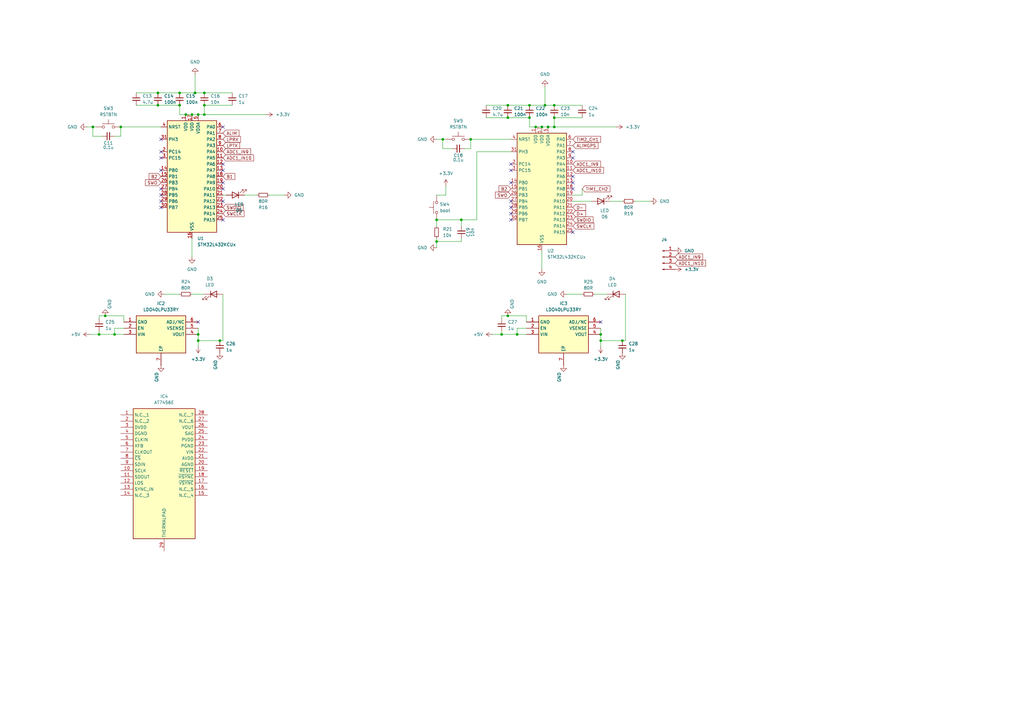
<source format=kicad_sch>
(kicad_sch (version 20231120) (generator "eeschema") (generator_version "8.0")
  (paper "A3")
  (lib_symbols
    (symbol "AT7456:AT7456E"
      (property "Reference" "IC" (at 31.75 7.62 0))
      (property "Value" "AT7456E" (at 31.75 5.08 0))
      (symbol "AT7456E_1_1"
        (rectangle (start 5.08 2.54) (end 30.48 -50.8) (stroke (width 0.254)) (fill (type background)))
        (pin passive line (at 0 0 0) (length 5.08) (name "N.C._1") (number "1"))
        (pin passive line (at 0 -22.86 0) (length 5.08) (name "SCLK") (number "10"))
        (pin passive line (at 0 -25.4 0) (length 5.08) (name "SDOUT") (number "11"))
        (pin passive line (at 0 -27.94 0) (length 5.08) (name "LOS") (number "12"))
        (pin passive line (at 0 -30.48 0) (length 5.08) (name "SYNC_IN") (number "13"))
        (pin passive line (at 0 -33.02 0) (length 5.08) (name "N.C._3") (number "14"))
        (pin passive line (at 35.56 -33.02 180) (length 5.08) (name "N.C._4") (number "15"))
        (pin passive line (at 35.56 -30.48 180) (length 5.08) (name "N.C._5") (number "16"))
        (pin passive line (at 35.56 -27.94 180) (length 5.08) (name "~{VSYNC}") (number "17"))
        (pin passive line (at 35.56 -25.4 180) (length 5.08) (name "~{HSYNC}") (number "18"))
        (pin passive line (at 35.56 -22.86 180) (length 5.08) (name "~{RESET}") (number "19"))
        (pin passive line (at 0 -2.54 0) (length 5.08) (name "N.C._2") (number "2"))
        (pin passive line (at 35.56 -20.32 180) (length 5.08) (name "AGND") (number "20"))
        (pin passive line (at 35.56 -17.78 180) (length 5.08) (name "AVDD") (number "21"))
        (pin passive line (at 35.56 -15.24 180) (length 5.08) (name "VIN") (number "22"))
        (pin passive line (at 35.56 -12.7 180) (length 5.08) (name "PGND") (number "23"))
        (pin passive line (at 35.56 -10.16 180) (length 5.08) (name "PVDD") (number "24"))
        (pin passive line (at 35.56 -7.62 180) (length 5.08) (name "SAG") (number "25"))
        (pin passive line (at 35.56 -5.08 180) (length 5.08) (name "VOUT") (number "26"))
        (pin passive line (at 35.56 -2.54 180) (length 5.08) (name "N.C._6") (number "27"))
        (pin passive line (at 35.56 0 180) (length 5.08) (name "N.C._7") (number "28"))
        (pin passive line (at 17.78 -55.88 90) (length 5.08) (name "THERMALPAD") (number "29"))
        (pin passive line (at 0 -5.08 0) (length 5.08) (name "DVDD") (number "3"))
        (pin passive line (at 0 -7.62 0) (length 5.08) (name "DGND") (number "4"))
        (pin passive line (at 0 -10.16 0) (length 5.08) (name "CLKIN") (number "5"))
        (pin passive line (at 0 -12.7 0) (length 5.08) (name "XFB") (number "6"))
        (pin passive line (at 0 -15.24 0) (length 5.08) (name "CLKOUT") (number "7"))
        (pin passive line (at 0 -17.78 0) (length 5.08) (name "~{CS}") (number "8"))
        (pin passive line (at 0 -20.32 0) (length 5.08) (name "SDIN") (number "9"))
      )
    )
    (symbol "Connector:Conn_01x04_Pin" (pin_names (offset 1.016) hide)
      (property "Reference" "J" (at 0 5.08 0))
      (property "Value" "Conn_01x04_Pin" (at 0 -7.62 0))
      (symbol "Conn_01x04_Pin_1_1"
        (polyline (pts (xy 1.27 -5.08) (xy 0.8636 -5.08)) (stroke (width 0.1524)))
        (polyline (pts (xy 1.27 -2.54) (xy 0.8636 -2.54)) (stroke (width 0.1524)))
        (polyline (pts (xy 1.27 0) (xy 0.8636 0)) (stroke (width 0.1524)))
        (polyline (pts (xy 1.27 2.54) (xy 0.8636 2.54)) (stroke (width 0.1524)))
        (rectangle (start 0.8636 -4.953) (end 0 -5.207) (stroke (width 0.1524)) (fill (type outline)))
        (rectangle (start 0.8636 -2.413) (end 0 -2.667) (stroke (width 0.1524)) (fill (type outline)))
        (rectangle (start 0.8636 0.127) (end 0 -0.127) (stroke (width 0.1524)) (fill (type outline)))
        (rectangle (start 0.8636 2.667) (end 0 2.413) (stroke (width 0.1524)) (fill (type outline)))
        (pin passive line (at 5.08 2.54 180) (length 3.81) (name "Pin_1") (number "1"))
        (pin passive line (at 5.08 0 180) (length 3.81) (name "Pin_2") (number "2"))
        (pin passive line (at 5.08 -2.54 180) (length 3.81) (name "Pin_3") (number "3"))
        (pin passive line (at 5.08 -5.08 180) (length 3.81) (name "Pin_4") (number "4"))
      )
    )
    (symbol "Device:C_Small" (pin_numbers hide) (pin_names (offset 0.254) hide)
      (property "Reference" "C" (at 0.254 1.778 0))
      (property "Value" "C_Small" (at 0.254 -2.032 0))
      (symbol "C_Small_0_1"
        (polyline (pts (xy -1.524 -0.508) (xy 1.524 -0.508)) (stroke (width 0.3302)))
        (polyline (pts (xy -1.524 0.508) (xy 1.524 0.508)) (stroke (width 0.3048)))
      )
      (symbol "C_Small_1_1"
        (pin passive line (at 0 2.54 270) (length 2.032) (name "~") (number "1"))
        (pin passive line (at 0 -2.54 90) (length 2.032) (name "~") (number "2"))
      )
    )
    (symbol "Device:LED" (pin_numbers hide) (pin_names (offset 1.016) hide)
      (property "Reference" "D" (at 0 2.54 0))
      (property "Value" "LED" (at 0 -2.54 0))
      (symbol "LED_0_1"
        (polyline (pts (xy -1.27 -1.27) (xy -1.27 1.27)) (stroke (width 0.254)))
        (polyline (pts (xy -1.27 0) (xy 1.27 0)))
        (polyline (pts (xy 1.27 -1.27) (xy 1.27 1.27) (xy -1.27 0) (xy 1.27 -1.27)) (stroke (width 0.254)))
        (polyline (pts (xy -3.048 -0.762) (xy -4.572 -2.286) (xy -3.81 -2.286) (xy -4.572 -2.286) (xy -4.572 -1.524)))
        (polyline (pts (xy -1.778 -0.762) (xy -3.302 -2.286) (xy -2.54 -2.286) (xy -3.302 -2.286) (xy -3.302 -1.524)))
      )
      (symbol "LED_1_1"
        (pin passive line (at -3.81 0 0) (length 2.54) (name "K") (number "1"))
        (pin passive line (at 3.81 0 180) (length 2.54) (name "A") (number "2"))
      )
    )
    (symbol "Device:R_Small" (pin_numbers hide) (pin_names (offset 0.254) hide)
      (property "Reference" "R" (at 0.762 0.508 0))
      (property "Value" "R_Small" (at 0.762 -1.016 0))
      (symbol "R_Small_0_1"
        (rectangle (start -0.762 1.778) (end 0.762 -1.778) (stroke (width 0.2032)))
      )
      (symbol "R_Small_1_1"
        (pin passive line (at 0 2.54 270) (length 0.762) (name "~") (number "1"))
        (pin passive line (at 0 -2.54 90) (length 0.762) (name "~") (number "2"))
      )
    )
    (symbol "LD040PURY:LDO40LPU33RY"
      (property "Reference" "IC" (at 26.67 7.62 0))
      (property "Value" "LDO40LPU33RY" (at 26.67 5.08 0))
      (symbol "LDO40LPU33RY_1_1"
        (rectangle (start 5.08 2.54) (end 25.4 -12.7) (stroke (width 0.254)) (fill (type background)))
        (pin passive line (at 0 0 0) (length 5.08) (name "GND") (number "1"))
        (pin passive line (at 0 -2.54 0) (length 5.08) (name "EN") (number "2"))
        (pin passive line (at 0 -5.08 0) (length 5.08) (name "VIN") (number "3"))
        (pin passive line (at 30.48 -5.08 180) (length 5.08) (name "VOUT") (number "4"))
        (pin passive line (at 30.48 -2.54 180) (length 5.08) (name "VSENSE") (number "5"))
        (pin passive line (at 30.48 0 180) (length 5.08) (name "ADJ/NC") (number "6"))
        (pin passive line (at 15.24 -17.78 90) (length 5.08) (name "EP") (number "7"))
      )
    )
    (symbol "MCU_ST_STM32L4:STM32L432KCUx"
      (property "Reference" "U" (at -10.16 24.13 0))
      (property "Value" "STM32L432KCUx" (at 5.08 24.13 0))
      (symbol "STM32L432KCUx_0_1"
        (rectangle (start -10.16 -22.86) (end 10.16 22.86) (stroke (width 0.254)) (fill (type background)))
      )
      (symbol "STM32L432KCUx_1_1"
        (pin power_in line (at -2.54 25.4 270) (length 2.54) (name "VDD") (number "1"))
        (pin bidirectional line (at 12.7 10.16 180) (length 2.54) (name "PA4") (number "10"))
        (pin bidirectional line (at 12.7 7.62 180) (length 2.54) (name "PA5") (number "11"))
        (pin bidirectional line (at 12.7 5.08 180) (length 2.54) (name "PA6") (number "12"))
        (pin bidirectional line (at 12.7 2.54 180) (length 2.54) (name "PA7") (number "13"))
        (pin bidirectional line (at -12.7 2.54 0) (length 2.54) (name "PB0") (number "14"))
        (pin bidirectional line (at -12.7 0 0) (length 2.54) (name "PB1") (number "15"))
        (pin power_in line (at 0 -25.4 90) (length 2.54) (name "VSS") (number "16"))
        (pin power_in line (at 0 25.4 270) (length 2.54) (name "VDD") (number "17"))
        (pin bidirectional line (at 12.7 0 180) (length 2.54) (name "PA8") (number "18"))
        (pin bidirectional line (at 12.7 -2.54 180) (length 2.54) (name "PA9") (number "19"))
        (pin bidirectional line (at -12.7 10.16 0) (length 2.54) (name "PC14") (number "2"))
        (pin bidirectional line (at 12.7 -5.08 180) (length 2.54) (name "PA10") (number "20"))
        (pin bidirectional line (at 12.7 -7.62 180) (length 2.54) (name "PA11") (number "21"))
        (pin bidirectional line (at 12.7 -10.16 180) (length 2.54) (name "PA12") (number "22"))
        (pin bidirectional line (at 12.7 -12.7 180) (length 2.54) (name "PA13") (number "23"))
        (pin bidirectional line (at 12.7 -15.24 180) (length 2.54) (name "PA14") (number "24"))
        (pin bidirectional line (at 12.7 -17.78 180) (length 2.54) (name "PA15") (number "25"))
        (pin bidirectional line (at -12.7 -2.54 0) (length 2.54) (name "PB3") (number "26"))
        (pin bidirectional line (at -12.7 -5.08 0) (length 2.54) (name "PB4") (number "27"))
        (pin bidirectional line (at -12.7 -7.62 0) (length 2.54) (name "PB5") (number "28"))
        (pin bidirectional line (at -12.7 -10.16 0) (length 2.54) (name "PB6") (number "29"))
        (pin bidirectional line (at -12.7 7.62 0) (length 2.54) (name "PC15") (number "3"))
        (pin bidirectional line (at -12.7 -12.7 0) (length 2.54) (name "PB7") (number "30"))
        (pin bidirectional line (at -12.7 15.24 0) (length 2.54) (name "PH3") (number "31"))
        (pin passive line (at 0 -25.4 90) (length 2.54) hide (name "VSS") (number "32"))
        (pin passive line (at 0 -25.4 90) (length 2.54) hide (name "VSS") (number "33"))
        (pin input line (at -12.7 20.32 0) (length 2.54) (name "NRST") (number "4"))
        (pin power_in line (at 2.54 25.4 270) (length 2.54) (name "VDDA") (number "5"))
        (pin bidirectional line (at 12.7 20.32 180) (length 2.54) (name "PA0") (number "6"))
        (pin bidirectional line (at 12.7 17.78 180) (length 2.54) (name "PA1") (number "7"))
        (pin bidirectional line (at 12.7 15.24 180) (length 2.54) (name "PA2") (number "8"))
        (pin bidirectional line (at 12.7 12.7 180) (length 2.54) (name "PA3") (number "9"))
      )
    )
    (symbol "Switch:SW_Push" (pin_numbers hide) (pin_names (offset 1.016) hide)
      (property "Reference" "SW" (at 1.27 2.54 0))
      (property "Value" "SW_Push" (at 0 -1.524 0))
      (symbol "SW_Push_0_1"
        (circle (center -2.032 0) (radius 0.508))
        (polyline (pts (xy 0 1.27) (xy 0 3.048)))
        (polyline (pts (xy 2.54 1.27) (xy -2.54 1.27)))
        (circle (center 2.032 0) (radius 0.508))
        (pin passive line (at -5.08 0 0) (length 2.54) (name "1") (number "1"))
        (pin passive line (at 5.08 0 180) (length 2.54) (name "2") (number "2"))
      )
    )
    (symbol "power:+3.3V" (power) (pin_numbers hide) (pin_names (offset 0) hide)
      (property "Value" "+3.3V" (at 0 3.556 0))
      (symbol "+3.3V_0_1"
        (polyline (pts (xy -0.762 1.27) (xy 0 2.54)))
        (polyline (pts (xy 0 0) (xy 0 2.54)))
        (polyline (pts (xy 0 2.54) (xy 0.762 1.27)))
      )
      (symbol "+3.3V_1_1"
        (pin power_in line (at 0 0 90) (length 0) (name "~") (number "1"))
      )
    )
    (symbol "power:+5V" (power) (pin_numbers hide) (pin_names (offset 0) hide)
      (property "Value" "+5V" (at 0 3.556 0))
      (symbol "+5V_0_1"
        (polyline (pts (xy -0.762 1.27) (xy 0 2.54)))
        (polyline (pts (xy 0 0) (xy 0 2.54)))
        (polyline (pts (xy 0 2.54) (xy 0.762 1.27)))
      )
      (symbol "+5V_1_1"
        (pin power_in line (at 0 0 90) (length 0) (name "~") (number "1"))
      )
    )
    (symbol "power:GND" (power) (pin_numbers hide) (pin_names (offset 0) hide)
      (property "Value" "GND" (at 0 -3.81 0))
      (symbol "GND_0_1"
        (polyline (pts (xy 0 0) (xy 0 -1.27) (xy 1.27 -1.27) (xy 0 -2.54) (xy -1.27 -1.27) (xy 0 -1.27)))
      )
      (symbol "GND_1_1"
        (pin power_in line (at 0 0 270) (length 0) (name "~") (number "1"))
      )
    )
  )
  (junction (at 73.66 38.1))
  (junction (at 227.33 43.18))
  (junction (at 208.28 48.26))
  (junction (at 224.79 52.07))
  (junction (at 73.66 43.18))
  (junction (at 246.38 137.16))
  (junction (at 181.61 57.15))
  (junction (at 90.17 139.7))
  (junction (at 78.74 46.99))
  (junction (at 83.82 46.99))
  (junction (at 227.33 48.26))
  (junction (at 80.01 38.1))
  (junction (at 193.04 57.15))
  (junction (at 246.38 139.7))
  (junction (at 64.77 38.1))
  (junction (at 189.23 90.17))
  (junction (at 227.33 52.07))
  (junction (at 81.28 46.99))
  (junction (at 219.71 52.07))
  (junction (at 43.18 129.54))
  (junction (at 179.07 90.17))
  (junction (at 179.07 99.06))
  (junction (at 76.2 46.99))
  (junction (at 223.52 43.18))
  (junction (at 217.17 43.18))
  (junction (at 64.77 43.18))
  (junction (at 38.1 52.07))
  (junction (at 255.27 139.7))
  (junction (at 81.28 137.16))
  (junction (at 83.82 43.18))
  (junction (at 205.74 137.16))
  (junction (at 83.82 38.1))
  (junction (at 208.28 43.18))
  (junction (at 212.09 137.16))
  (junction (at 81.28 139.7))
  (junction (at 208.28 129.54))
  (junction (at 46.99 137.16))
  (junction (at 40.64 137.16))
  (junction (at 49.53 52.07))
  (junction (at 222.25 52.07))
  (junction (at 217.17 48.26))
  (no_connect (at 234.95 77.47))
  (no_connect (at 91.44 77.47))
  (no_connect (at 91.44 67.31))
  (no_connect (at 66.04 69.85))
  (no_connect (at 209.55 67.31))
  (no_connect (at 209.55 69.85))
  (no_connect (at 91.44 90.17))
  (no_connect (at 66.04 64.77))
  (no_connect (at 234.95 72.39))
  (no_connect (at 234.95 74.93))
  (no_connect (at 66.04 85.09))
  (no_connect (at 91.44 52.07))
  (no_connect (at 91.44 74.93))
  (no_connect (at 66.04 57.15))
  (no_connect (at 91.44 69.85))
  (no_connect (at 209.55 74.93))
  (no_connect (at 66.04 77.47))
  (no_connect (at 66.04 82.55))
  (no_connect (at 209.55 82.55))
  (no_connect (at 246.38 132.08))
  (no_connect (at 66.04 80.01))
  (no_connect (at 234.95 95.25))
  (no_connect (at 209.55 85.09))
  (no_connect (at 209.55 90.17))
  (no_connect (at 91.44 82.55))
  (no_connect (at 209.55 87.63))
  (no_connect (at 234.95 62.23))
  (no_connect (at 66.04 62.23))
  (no_connect (at 234.95 64.77))
  (no_connect (at 81.28 132.08))
  (wire (pts (xy 116.84 80.01) (xy 110.49 80.01)))
  (wire (pts (xy 36.83 137.16) (xy 40.64 137.16)))
  (wire (pts (xy 266.7 82.55) (xy 260.35 82.55)))
  (wire (pts (xy 246.38 139.7) (xy 255.27 139.7)))
  (wire (pts (xy 219.71 52.07) (xy 222.25 52.07)))
  (wire (pts (xy 189.23 90.17) (xy 195.58 90.17)))
  (wire (pts (xy 246.38 139.7) (xy 246.38 142.24)))
  (wire (pts (xy 38.1 55.88) (xy 38.1 52.07)))
  (wire (pts (xy 78.74 46.99) (xy 81.28 46.99)))
  (wire (pts (xy 232.41 120.65) (xy 238.76 120.65)))
  (wire (pts (xy 43.18 129.54) (xy 50.8 129.54)))
  (wire (pts (xy 46.99 137.16) (xy 50.8 137.16)))
  (wire (pts (xy 208.28 48.26) (xy 217.17 48.26)))
  (wire (pts (xy 205.74 137.16) (xy 212.09 137.16)))
  (wire (pts (xy 246.38 137.16) (xy 246.38 139.7)))
  (wire (pts (xy 105.41 80.01) (xy 100.33 80.01)))
  (wire (pts (xy 40.64 130.81) (xy 40.64 129.54)))
  (wire (pts (xy 212.09 134.62) (xy 212.09 137.16)))
  (wire (pts (xy 256.54 139.7) (xy 255.27 139.7)))
  (wire (pts (xy 50.8 129.54) (xy 50.8 132.08)))
  (wire (pts (xy 179.07 90.17) (xy 189.23 90.17)))
  (wire (pts (xy 201.93 137.16) (xy 205.74 137.16)))
  (wire (pts (xy 179.07 57.15) (xy 181.61 57.15)))
  (wire (pts (xy 227.33 43.18) (xy 238.76 43.18)))
  (wire (pts (xy 80.01 38.1) (xy 83.82 38.1)))
  (wire (pts (xy 73.66 38.1) (xy 80.01 38.1)))
  (wire (pts (xy 55.88 43.18) (xy 64.77 43.18)))
  (wire (pts (xy 41.91 55.88) (xy 38.1 55.88)))
  (wire (pts (xy 205.74 129.54) (xy 208.28 129.54)))
  (wire (pts (xy 222.25 52.07) (xy 224.79 52.07)))
  (wire (pts (xy 217.17 52.07) (xy 219.71 52.07)))
  (wire (pts (xy 179.07 99.06) (xy 179.07 101.6)))
  (wire (pts (xy 243.84 120.65) (xy 248.92 120.65)))
  (wire (pts (xy 64.77 43.18) (xy 73.66 43.18)))
  (wire (pts (xy 80.01 30.48) (xy 80.01 38.1)))
  (wire (pts (xy 91.44 120.65) (xy 91.44 139.7)))
  (wire (pts (xy 208.28 43.18) (xy 217.17 43.18)))
  (wire (pts (xy 193.04 57.15) (xy 193.04 60.96)))
  (wire (pts (xy 64.77 38.1) (xy 73.66 38.1)))
  (wire (pts (xy 181.61 57.15) (xy 182.88 57.15)))
  (wire (pts (xy 83.82 46.99) (xy 109.22 46.99)))
  (wire (pts (xy 212.09 137.16) (xy 215.9 137.16)))
  (wire (pts (xy 227.33 48.26) (xy 238.76 48.26)))
  (wire (pts (xy 91.44 80.01) (xy 92.71 80.01)))
  (wire (pts (xy 73.66 43.18) (xy 73.66 46.99)))
  (wire (pts (xy 189.23 99.06) (xy 179.07 99.06)))
  (wire (pts (xy 35.56 52.07) (xy 38.1 52.07)))
  (wire (pts (xy 76.2 46.99) (xy 78.74 46.99)))
  (wire (pts (xy 83.82 43.18) (xy 95.25 43.18)))
  (wire (pts (xy 81.28 139.7) (xy 81.28 142.24)))
  (wire (pts (xy 195.58 62.23) (xy 195.58 90.17)))
  (wire (pts (xy 50.8 134.62) (xy 46.99 134.62)))
  (wire (pts (xy 223.52 43.18) (xy 227.33 43.18)))
  (wire (pts (xy 185.42 60.96) (xy 181.61 60.96)))
  (wire (pts (xy 189.23 90.17) (xy 189.23 92.71)))
  (wire (pts (xy 190.5 60.96) (xy 193.04 60.96)))
  (wire (pts (xy 208.28 129.54) (xy 215.9 129.54)))
  (wire (pts (xy 255.27 82.55) (xy 250.19 82.55)))
  (wire (pts (xy 215.9 134.62) (xy 212.09 134.62)))
  (wire (pts (xy 83.82 43.18) (xy 83.82 46.99)))
  (wire (pts (xy 38.1 52.07) (xy 39.37 52.07)))
  (wire (pts (xy 199.39 48.26) (xy 208.28 48.26)))
  (wire (pts (xy 209.55 62.23) (xy 195.58 62.23)))
  (wire (pts (xy 81.28 139.7) (xy 90.17 139.7)))
  (wire (pts (xy 238.76 80.01) (xy 234.95 80.01)))
  (wire (pts (xy 78.74 120.65) (xy 83.82 120.65)))
  (wire (pts (xy 182.88 76.2) (xy 182.88 80.01)))
  (wire (pts (xy 91.44 139.7) (xy 90.17 139.7)))
  (wire (pts (xy 49.53 52.07) (xy 66.04 52.07)))
  (wire (pts (xy 227.33 48.26) (xy 227.33 52.07)))
  (wire (pts (xy 78.74 97.79) (xy 78.74 105.41)))
  (wire (pts (xy 223.52 35.56) (xy 223.52 43.18)))
  (wire (pts (xy 83.82 46.99) (xy 81.28 46.99)))
  (wire (pts (xy 199.39 43.18) (xy 208.28 43.18)))
  (wire (pts (xy 234.95 82.55) (xy 242.57 82.55)))
  (wire (pts (xy 83.82 38.1) (xy 95.25 38.1)))
  (wire (pts (xy 46.99 55.88) (xy 49.53 55.88)))
  (wire (pts (xy 215.9 129.54) (xy 215.9 132.08)))
  (wire (pts (xy 67.31 120.65) (xy 73.66 120.65)))
  (wire (pts (xy 181.61 60.96) (xy 181.61 57.15)))
  (wire (pts (xy 227.33 52.07) (xy 224.79 52.07)))
  (wire (pts (xy 246.38 134.62) (xy 246.38 137.16)))
  (wire (pts (xy 256.54 120.65) (xy 256.54 139.7)))
  (wire (pts (xy 205.74 130.81) (xy 205.74 129.54)))
  (wire (pts (xy 179.07 97.79) (xy 179.07 99.06)))
  (wire (pts (xy 40.64 137.16) (xy 46.99 137.16)))
  (wire (pts (xy 227.33 52.07) (xy 252.73 52.07)))
  (wire (pts (xy 205.74 135.89) (xy 205.74 137.16)))
  (wire (pts (xy 189.23 97.79) (xy 189.23 99.06)))
  (wire (pts (xy 238.76 77.47) (xy 238.76 80.01)))
  (wire (pts (xy 49.53 52.07) (xy 49.53 55.88)))
  (wire (pts (xy 81.28 137.16) (xy 81.28 139.7)))
  (wire (pts (xy 40.64 129.54) (xy 43.18 129.54)))
  (wire (pts (xy 55.88 38.1) (xy 64.77 38.1)))
  (wire (pts (xy 179.07 92.71) (xy 179.07 90.17)))
  (wire (pts (xy 193.04 57.15) (xy 209.55 57.15)))
  (wire (pts (xy 40.64 135.89) (xy 40.64 137.16)))
  (wire (pts (xy 46.99 134.62) (xy 46.99 137.16)))
  (wire (pts (xy 222.25 102.87) (xy 222.25 110.49)))
  (wire (pts (xy 217.17 48.26) (xy 217.17 52.07)))
  (wire (pts (xy 217.17 43.18) (xy 223.52 43.18)))
  (wire (pts (xy 182.88 80.01) (xy 179.07 80.01)))
  (wire (pts (xy 81.28 134.62) (xy 81.28 137.16)))
  (wire (pts (xy 73.66 46.99) (xy 76.2 46.99)))
  (global_label "SWCLK" (shape input) (at 91.44 87.63 0) (property "Intersheetrefs" "${INTERSHEET_REFS}" (effects (hide yes))))
  (global_label "TIM1_CH2" (shape input) (at 238.76 77.47 0) (property "Intersheetrefs" "${INTERSHEET_REFS}" (effects (hide yes))))
  (global_label "D-" (shape input) (at 234.95 85.09 0) (property "Intersheetrefs" "${INTERSHEET_REFS}" (effects (hide yes))))
  (global_label "ALIMGPS" (shape input) (at 234.95 59.69 0) (property "Intersheetrefs" "${INTERSHEET_REFS}" (effects (hide yes))))
  (global_label "ADC1_IN10" (shape input) (at 234.95 69.85 0) (property "Intersheetrefs" "${INTERSHEET_REFS}" (effects (hide yes))))
  (global_label "ADC1_IN9" (shape input) (at 276.86 105.41 0) (property "Intersheetrefs" "${INTERSHEET_REFS}" (effects (hide yes))))
  (global_label "ALIM" (shape input) (at 91.44 54.61 0) (property "Intersheetrefs" "${INTERSHEET_REFS}" (effects (hide yes))))
  (global_label "SWCLK" (shape input) (at 234.95 92.71 0) (property "Intersheetrefs" "${INTERSHEET_REFS}" (effects (hide yes))))
  (global_label "ADC1_IN10" (shape input) (at 276.86 107.95 0) (property "Intersheetrefs" "${INTERSHEET_REFS}" (effects (hide yes))))
  (global_label "LPTX" (shape input) (at 91.44 59.69 0) (property "Intersheetrefs" "${INTERSHEET_REFS}" (effects (hide yes))))
  (global_label "SWDIO" (shape input) (at 234.95 90.17 0) (property "Intersheetrefs" "${INTERSHEET_REFS}" (effects (hide yes))))
  (global_label "LPRX" (shape input) (at 91.44 57.15 0) (property "Intersheetrefs" "${INTERSHEET_REFS}" (effects (hide yes))))
  (global_label "SWO" (shape input) (at 66.04 74.93 180) (property "Intersheetrefs" "${INTERSHEET_REFS}" (effects (hide yes))))
  (global_label "ADC1_IN9" (shape input) (at 234.95 67.31 0) (property "Intersheetrefs" "${INTERSHEET_REFS}" (effects (hide yes))))
  (global_label "ADC1_IN9" (shape input) (at 91.44 62.23 0) (property "Intersheetrefs" "${INTERSHEET_REFS}" (effects (hide yes))))
  (global_label "B2" (shape input) (at 209.55 77.47 180) (property "Intersheetrefs" "${INTERSHEET_REFS}" (effects (hide yes))))
  (global_label "ADC1_IN10" (shape input) (at 91.44 64.77 0) (property "Intersheetrefs" "${INTERSHEET_REFS}" (effects (hide yes))))
  (global_label "SWO" (shape input) (at 209.55 80.01 180) (property "Intersheetrefs" "${INTERSHEET_REFS}" (effects (hide yes))))
  (global_label "SWDIO" (shape input) (at 91.44 85.09 0) (property "Intersheetrefs" "${INTERSHEET_REFS}" (effects (hide yes))))
  (global_label "TIM2_CH1" (shape input) (at 234.95 57.15 0) (property "Intersheetrefs" "${INTERSHEET_REFS}" (effects (hide yes))))
  (global_label "B2" (shape input) (at 66.04 72.39 180) (property "Intersheetrefs" "${INTERSHEET_REFS}" (effects (hide yes))))
  (global_label "B1" (shape input) (at 91.44 72.39 0) (property "Intersheetrefs" "${INTERSHEET_REFS}" (effects (hide yes))))
  (global_label "D+" (shape input) (at 234.95 87.63 0) (property "Intersheetrefs" "${INTERSHEET_REFS}" (effects (hide yes))))
  (symbol (lib_id "Device:LED") (at 246.38 82.55 180) (unit 1)
    (property "Reference" "D6" (at 247.9675 88.9 0))
    (property "Value" "LED" (at 247.9675 86.36 0))
    (property "Footprint" "LED_SMD:LED_0603_1608Metric_Pad1.05x0.95mm_HandSolder" (effects (hide yes)))
    (property "Description" "Light emitting diode" (effects (hide yes)))
  )
  (symbol (lib_id "Device:C_Small") (at 217.17 45.72 0) (unit 1)
    (property "Reference" "C22" (at 219.71 44.4562 0) (effects (justify left)))
    (property "Value" "100n" (at 219.71 46.9962 0) (effects (justify left)))
    (property "Footprint" "Capacitor_SMD:C_0402_1005Metric_Pad0.74x0.62mm_HandSolder" (effects (hide yes)))
    (property "Description" "Unpolarized capacitor, small symbol" (effects (hide yes)))
  )
  (symbol (lib_id "power:GND") (at 78.74 105.41 0) (unit 1)
    (property "Reference" "#PWR032" (effects (hide yes)))
    (property "Value" "GND" (at 78.74 110.49 0))
    (property "Description" "Power symbol creates a global label with name \"GND\" , ground" (effects (hide yes)))
  )
  (symbol (lib_id "Device:LED") (at 96.52 80.01 180) (unit 1)
    (property "Reference" "D5" (at 98.1075 86.36 0))
    (property "Value" "LED" (at 98.1075 83.82 0))
    (property "Footprint" "LED_SMD:LED_0603_1608Metric_Pad1.05x0.95mm_HandSolder" (effects (hide yes)))
    (property "Description" "Light emitting diode" (effects (hide yes)))
  )
  (symbol (lib_id "Device:R_Small") (at 179.07 95.25 0) (unit 1)
    (property "Reference" "R21" (at 181.61 93.9799 0) (effects (justify left)))
    (property "Value" "10k" (at 181.61 96.5199 0) (effects (justify left)))
    (property "Footprint" "Resistor_SMD:R_0402_1005Metric_Pad0.72x0.64mm_HandSolder" (effects (hide yes)))
    (property "Description" "Resistor, small symbol" (effects (hide yes)))
  )
  (symbol (lib_id "power:GND") (at 223.52 35.56 180) (unit 1)
    (property "Reference" "#PWR040" (effects (hide yes)))
    (property "Value" "GND" (at 223.52 30.48 0))
    (property "Description" "Power symbol creates a global label with name \"GND\" , ground" (effects (hide yes)))
  )
  (symbol (lib_id "power:+3.3V") (at 246.38 142.24 180) (unit 1)
    (property "Reference" "#PWR053" (effects (hide yes)))
    (property "Value" "+3.3V" (at 246.38 147.32 0))
    (property "Description" "Power symbol creates a global label with name \"+3.3V\"" (effects (hide yes)))
  )
  (symbol (lib_id "Device:R_Small") (at 76.2 120.65 90) (unit 1)
    (property "Reference" "R24" (at 76.2 115.57 90))
    (property "Value" "80R" (at 76.2 118.11 90))
    (property "Footprint" "Resistor_SMD:R_0402_1005Metric_Pad0.72x0.64mm_HandSolder" (effects (hide yes)))
    (property "Description" "Resistor, small symbol" (effects (hide yes)))
  )
  (symbol (lib_id "Device:C_Small") (at 187.96 60.96 90) (unit 1)
    (property "Reference" "C18" (at 187.96 63.754 90))
    (property "Value" "0.1u" (at 187.96 65.532 90))
    (property "Footprint" "Capacitor_SMD:C_0402_1005Metric_Pad0.74x0.62mm_HandSolder" (effects (hide yes)))
    (property "Description" "Unpolarized capacitor, small symbol" (effects (hide yes)))
  )
  (symbol (lib_id "MCU_ST_STM32L4:STM32L432KCUx") (at 222.25 77.47 0) (unit 1)
    (property "Reference" "U2" (at 224.4441 102.87 0) (effects (justify left)))
    (property "Value" "STM32L432KCUx" (at 224.4441 105.41 0) (effects (justify left)))
    (property "Footprint" "Package_DFN_QFN:QFN-32-1EP_5x5mm_P0.5mm_EP3.45x3.45mm" (effects (hide yes)))
    (property "Datasheet" "https://www.st.com/resource/en/datasheet/stm32l432kc.pdf" (effects (hide yes)))
    (property "Description" "STMicroelectronics Arm Cortex-M4 MCU, 256KB flash, 64KB RAM, 80 MHz, 1.71-3.6V, 26 GPIO, UFQFPN32" (effects (hide yes)))
  )
  (symbol (lib_id "Switch:SW_Push") (at 179.07 85.09 90) (unit 1)
    (property "Reference" "SW4" (at 180.34 83.8199 90) (effects (justify right)))
    (property "Value" "boot" (at 180.34 86.3599 90) (effects (justify right)))
    (property "Footprint" "kxt3:SW_KXT3" (effects (hide yes)))
    (property "Description" "Push button switch, generic, two pins" (effects (hide yes)))
  )
  (symbol (lib_id "Device:C_Small") (at 55.88 40.64 0) (unit 1)
    (property "Reference" "C13" (at 58.42 39.3762 0) (effects (justify left)))
    (property "Value" "4.7u" (at 58.42 41.9162 0) (effects (justify left)))
    (property "Footprint" "Capacitor_SMD:C_0402_1005Metric_Pad0.74x0.62mm_HandSolder" (effects (hide yes)))
    (property "Description" "Unpolarized capacitor, small symbol" (effects (hide yes)))
  )
  (symbol (lib_id "Device:C_Small") (at 238.76 45.72 0) (unit 1)
    (property "Reference" "C24" (at 241.3 44.4562 0) (effects (justify left)))
    (property "Value" "1u" (at 241.3 46.9962 0) (effects (justify left)))
    (property "Footprint" "Capacitor_SMD:C_0402_1005Metric_Pad0.74x0.62mm_HandSolder" (effects (hide yes)))
    (property "Description" "Unpolarized capacitor, small symbol" (effects (hide yes)))
  )
  (symbol (lib_id "power:+3.3V") (at 81.28 142.24 180) (unit 1)
    (property "Reference" "#PWR047" (effects (hide yes)))
    (property "Value" "+3.3V" (at 81.28 147.32 0))
    (property "Description" "Power symbol creates a global label with name \"+3.3V\"" (effects (hide yes)))
  )
  (symbol (lib_id "power:+3.3V") (at 276.86 110.49 270) (unit 1)
    (property "Reference" "#PWR042" (effects (hide yes)))
    (property "Value" "+3.3V" (at 280.67 110.4899 90) (effects (justify left)))
    (property "Description" "Power symbol creates a global label with name \"+3.3V\"" (effects (hide yes)))
  )
  (symbol (lib_id "power:+5V") (at 201.93 137.16 90) (unit 1)
    (property "Reference" "#PWR049" (effects (hide yes)))
    (property "Value" "+5V" (at 198.12 137.1599 90) (effects (justify left)))
    (property "Description" "Power symbol creates a global label with name \"+5V\"" (effects (hide yes)))
  )
  (symbol (lib_id "Device:C_Small") (at 95.25 40.64 0) (unit 1)
    (property "Reference" "C17" (at 97.79 39.3762 0) (effects (justify left)))
    (property "Value" "1u" (at 97.79 41.9162 0) (effects (justify left)))
    (property "Footprint" "Capacitor_SMD:C_0402_1005Metric_Pad0.74x0.62mm_HandSolder" (effects (hide yes)))
    (property "Description" "Unpolarized capacitor, small symbol" (effects (hide yes)))
  )
  (symbol (lib_id "power:GND") (at 116.84 80.01 90) (unit 1)
    (property "Reference" "#PWR023" (effects (hide yes)))
    (property "Value" "GND" (at 120.65 80.0101 90) (effects (justify right)))
    (property "Description" "Power symbol creates a global label with name \"GND\" , ground" (effects (hide yes)))
  )
  (symbol (lib_id "Device:C_Small") (at 205.74 133.35 0) (unit 1)
    (property "Reference" "C27" (at 208.28 132.0862 0) (effects (justify left)))
    (property "Value" "1u" (at 208.28 134.6262 0) (effects (justify left)))
    (property "Footprint" "Capacitor_SMD:C_0402_1005Metric_Pad0.74x0.62mm_HandSolder" (effects (hide yes)))
    (property "Description" "Unpolarized capacitor, small symbol" (effects (hide yes)))
  )
  (symbol (lib_id "Device:LED") (at 252.73 120.65 0) (unit 1)
    (property "Reference" "D4" (at 251.1425 114.3 0))
    (property "Value" "LED" (at 251.1425 116.84 0))
    (property "Footprint" "LED_SMD:LED_0603_1608Metric_Pad1.05x0.95mm_HandSolder" (effects (hide yes)))
    (property "Description" "Light emitting diode" (effects (hide yes)))
  )
  (symbol (lib_id "LD040PURY:LDO40LPU33RY") (at 50.8 132.08 0) (unit 1)
    (property "Reference" "IC2" (at 66.04 124.46 0))
    (property "Value" "LDO40LPU33RY" (at 66.04 127 0))
    (property "Footprint" "LDO40PURY:SON95P300X300X90-7N-D" (effects (hide yes)))
    (property "Datasheet" "https://www.st.com/resource/en/datasheet/ldo40l.pdf" (effects (hide yes)))
    (property "Description" "LDO Voltage Regulators POWER MANAGEMENT" (effects (hide yes)))
    (property "Height" "0.9" (effects (hide yes)))
    (property "Manufacturer_Name" "STMicroelectronics" (effects (hide yes)))
    (property "Manufacturer_Part_Number" "LDO40LPU33RY" (effects (hide yes)))
    (property "Mouser Part Number" "511-LDO40LPU33RY" (effects (hide yes)))
    (property "Mouser Price/Stock" "https://www.mouser.co.uk/ProductDetail/STMicroelectronics/LDO40LPU33RY?qs=qSfuJ%252Bfl%2Fd5qazWclm%2Ffpg%3D%3D" (effects (hide yes)))
    (property "Arrow Part Number" "LDO40LPU33RY" (effects (hide yes)))
    (property "Arrow Price/Stock" "https://www.arrow.com/en/products/ldo40lpu33ry/stmicroelectronics?utm_currency=USD&region=europe" (effects (hide yes)))
  )
  (symbol (lib_id "power:+3.3V") (at 182.88 76.2 0) (unit 1)
    (property "Reference" "#PWR038" (effects (hide yes)))
    (property "Value" "+3.3V" (at 182.88 71.12 0))
    (property "Description" "Power symbol creates a global label with name \"+3.3V\"" (effects (hide yes)))
  )
  (symbol (lib_id "Device:LED") (at 87.63 120.65 0) (unit 1)
    (property "Reference" "D3" (at 86.0425 114.3 0))
    (property "Value" "LED" (at 86.0425 116.84 0))
    (property "Footprint" "LED_SMD:LED_0603_1608Metric_Pad1.05x0.95mm_HandSolder" (effects (hide yes)))
    (property "Description" "Light emitting diode" (effects (hide yes)))
  )
  (symbol (lib_id "Device:C_Small") (at 73.66 40.64 0) (unit 1)
    (property "Reference" "C15" (at 76.2 39.3762 0) (effects (justify left)))
    (property "Value" "100n" (at 76.2 41.9162 0) (effects (justify left)))
    (property "Footprint" "Capacitor_SMD:C_0402_1005Metric_Pad0.74x0.62mm_HandSolder" (effects (hide yes)))
    (property "Description" "Unpolarized capacitor, small symbol" (effects (hide yes)))
  )
  (symbol (lib_id "Device:C_Small") (at 64.77 40.64 0) (unit 1)
    (property "Reference" "C14" (at 67.31 39.3762 0) (effects (justify left)))
    (property "Value" "100n" (at 67.31 41.9162 0) (effects (justify left)))
    (property "Footprint" "Capacitor_SMD:C_0402_1005Metric_Pad0.74x0.62mm_HandSolder" (effects (hide yes)))
    (property "Description" "Unpolarized capacitor, small symbol" (effects (hide yes)))
  )
  (symbol (lib_id "power:GND") (at 80.01 30.48 180) (unit 1)
    (property "Reference" "#PWR033" (effects (hide yes)))
    (property "Value" "GND" (at 80.01 25.4 0))
    (property "Description" "Power symbol creates a global label with name \"GND\" , ground" (effects (hide yes)))
  )
  (symbol (lib_id "Device:R_Small") (at 257.81 82.55 270) (unit 1)
    (property "Reference" "R19" (at 257.81 87.63 90))
    (property "Value" "80R" (at 257.81 85.09 90))
    (property "Footprint" "Resistor_SMD:R_0402_1005Metric_Pad0.72x0.64mm_HandSolder" (effects (hide yes)))
    (property "Description" "Resistor, small symbol" (effects (hide yes)))
  )
  (symbol (lib_id "power:GND") (at 66.04 149.86 0) (unit 1)
    (property "Reference" "#PWR045" (effects (hide yes)))
    (property "Value" "GND" (at 64.262 152.654 90) (effects (justify right)))
    (property "Description" "Power symbol creates a global label with name \"GND\" , ground" (effects (hide yes)))
  )
  (symbol (lib_id "power:GND") (at 266.7 82.55 90) (unit 1)
    (property "Reference" "#PWR031" (effects (hide yes)))
    (property "Value" "GND" (at 270.51 82.5501 90) (effects (justify right)))
    (property "Description" "Power symbol creates a global label with name \"GND\" , ground" (effects (hide yes)))
  )
  (symbol (lib_id "Device:R_Small") (at 107.95 80.01 270) (unit 1)
    (property "Reference" "R16" (at 107.95 85.09 90))
    (property "Value" "80R" (at 107.95 82.55 90))
    (property "Footprint" "Resistor_SMD:R_0402_1005Metric_Pad0.72x0.64mm_HandSolder" (effects (hide yes)))
    (property "Description" "Resistor, small symbol" (effects (hide yes)))
  )
  (symbol (lib_id "power:+3.3V") (at 109.22 46.99 270) (unit 1)
    (property "Reference" "#PWR034" (effects (hide yes)))
    (property "Value" "+3.3V" (at 113.03 46.9899 90) (effects (justify left)))
    (property "Description" "Power symbol creates a global label with name \"+3.3V\"" (effects (hide yes)))
  )
  (symbol (lib_id "power:GND") (at 179.07 57.15 270) (unit 1)
    (property "Reference" "#PWR036" (effects (hide yes)))
    (property "Value" "GND" (at 175.26 57.1499 90) (effects (justify right)))
    (property "Description" "Power symbol creates a global label with name \"GND\" , ground" (effects (hide yes)))
  )
  (symbol (lib_id "Device:C_Small") (at 44.45 55.88 90) (unit 1)
    (property "Reference" "C11" (at 44.45 58.674 90))
    (property "Value" "0.1u" (at 44.45 60.452 90))
    (property "Footprint" "Capacitor_SMD:C_0402_1005Metric_Pad0.74x0.62mm_HandSolder" (effects (hide yes)))
    (property "Description" "Unpolarized capacitor, small symbol" (effects (hide yes)))
  )
  (symbol (lib_id "power:+3.3V") (at 252.73 52.07 270) (unit 1)
    (property "Reference" "#PWR041" (effects (hide yes)))
    (property "Value" "+3.3V" (at 256.54 52.0699 90) (effects (justify left)))
    (property "Description" "Power symbol creates a global label with name \"+3.3V\"" (effects (hide yes)))
  )
  (symbol (lib_id "Device:C_Small") (at 199.39 45.72 0) (unit 1)
    (property "Reference" "C20" (at 201.93 44.4562 0) (effects (justify left)))
    (property "Value" "4.7u" (at 201.93 46.9962 0) (effects (justify left)))
    (property "Footprint" "Capacitor_SMD:C_0402_1005Metric_Pad0.74x0.62mm_HandSolder" (effects (hide yes)))
    (property "Description" "Unpolarized capacitor, small symbol" (effects (hide yes)))
  )
  (symbol (lib_id "Connector:Conn_01x04_Pin") (at 271.78 105.41 0) (unit 1)
    (property "Reference" "J4" (at 272.415 98.298 0))
    (property "Value" "Conn_01x04_Pin" (effects (hide yes)))
    (property "Footprint" "Connector_JST:JST_SH_SM04B-SRSS-TB_1x04-1MP_P1.00mm_Horizontal" (effects (hide yes)))
    (property "Description" "Generic connector, single row, 01x04, script generated" (effects (hide yes)))
  )
  (symbol (lib_id "power:GND") (at 231.14 149.86 0) (unit 1)
    (property "Reference" "#PWR051" (effects (hide yes)))
    (property "Value" "GND" (at 229.362 152.654 90) (effects (justify right)))
    (property "Description" "Power symbol creates a global label with name \"GND\" , ground" (effects (hide yes)))
  )
  (symbol (lib_id "Device:C_Small") (at 255.27 142.24 0) (unit 1)
    (property "Reference" "C28" (at 257.81 140.9762 0) (effects (justify left)))
    (property "Value" "1u" (at 257.81 143.5162 0) (effects (justify left)))
    (property "Footprint" "Capacitor_SMD:C_0402_1005Metric_Pad0.74x0.62mm_HandSolder" (effects (hide yes)))
    (property "Description" "Unpolarized capacitor, small symbol" (effects (hide yes)))
  )
  (symbol (lib_id "Device:C_Small") (at 40.64 133.35 0) (unit 1)
    (property "Reference" "C25" (at 43.18 132.0862 0) (effects (justify left)))
    (property "Value" "1u" (at 43.18 134.6262 0) (effects (justify left)))
    (property "Footprint" "Capacitor_SMD:C_0402_1005Metric_Pad0.74x0.62mm_HandSolder" (effects (hide yes)))
    (property "Description" "Unpolarized capacitor, small symbol" (effects (hide yes)))
  )
  (symbol (lib_id "Switch:SW_Push") (at 187.96 57.15 0) (unit 1)
    (property "Reference" "SW5" (at 187.96 49.53 0))
    (property "Value" "RSTBTN" (at 187.96 52.07 0))
    (property "Footprint" "kxt3:SW_KXT3" (effects (hide yes)))
    (property "Description" "Push button switch, generic, two pins" (effects (hide yes)))
  )
  (symbol (lib_id "power:GND") (at 255.27 144.78 0) (unit 1)
    (property "Reference" "#PWR054" (effects (hide yes)))
    (property "Value" "GND" (at 253.492 147.574 90) (effects (justify right)))
    (property "Description" "Power symbol creates a global label with name \"GND\" , ground" (effects (hide yes)))
  )
  (symbol (lib_id "power:GND") (at 35.56 52.07 270) (unit 1)
    (property "Reference" "#PWR022" (effects (hide yes)))
    (property "Value" "GND" (at 31.75 52.0699 90) (effects (justify right)))
    (property "Description" "Power symbol creates a global label with name \"GND\" , ground" (effects (hide yes)))
  )
  (symbol (lib_id "power:GND") (at 222.25 110.49 0) (unit 1)
    (property "Reference" "#PWR039" (effects (hide yes)))
    (property "Value" "GND" (at 222.25 115.57 0))
    (property "Description" "Power symbol creates a global label with name \"GND\" , ground" (effects (hide yes)))
  )
  (symbol (lib_id "Device:C_Small") (at 227.33 45.72 0) (unit 1)
    (property "Reference" "C23" (at 229.87 44.4562 0) (effects (justify left)))
    (property "Value" "10n" (at 229.87 46.9962 0) (effects (justify left)))
    (property "Footprint" "Capacitor_SMD:C_0402_1005Metric_Pad0.74x0.62mm_HandSolder" (effects (hide yes)))
    (property "Description" "Unpolarized capacitor, small symbol" (effects (hide yes)))
  )
  (symbol (lib_id "power:GND") (at 179.07 101.6 270) (unit 1)
    (property "Reference" "#PWR037" (effects (hide yes)))
    (property "Value" "GND" (at 175.26 101.5999 90) (effects (justify right)))
    (property "Description" "Power symbol creates a global label with name \"GND\" , ground" (effects (hide yes)))
  )
  (symbol (lib_id "power:+5V") (at 36.83 137.16 90) (unit 1)
    (property "Reference" "#PWR043" (effects (hide yes)))
    (property "Value" "+5V" (at 33.02 137.1599 90) (effects (justify left)))
    (property "Description" "Power symbol creates a global label with name \"+5V\"" (effects (hide yes)))
  )
  (symbol (lib_id "MCU_ST_STM32L4:STM32L432KCUx") (at 78.74 72.39 0) (unit 1)
    (property "Reference" "U1" (at 80.9341 97.79 0) (effects (justify left)))
    (property "Value" "STM32L432KCUx" (at 80.9341 100.33 0) (effects (justify left)))
    (property "Footprint" "Package_DFN_QFN:QFN-32-1EP_5x5mm_P0.5mm_EP3.45x3.45mm" (effects (hide yes)))
    (property "Datasheet" "https://www.st.com/resource/en/datasheet/stm32l432kc.pdf" (effects (hide yes)))
    (property "Description" "STMicroelectronics Arm Cortex-M4 MCU, 256KB flash, 64KB RAM, 80 MHz, 1.71-3.6V, 26 GPIO, UFQFPN32" (effects (hide yes)))
  )
  (symbol (lib_id "power:GND") (at 90.17 144.78 0) (unit 1)
    (property "Reference" "#PWR048" (effects (hide yes)))
    (property "Value" "GND" (at 88.392 147.574 90) (effects (justify right)))
    (property "Description" "Power symbol creates a global label with name \"GND\" , ground" (effects (hide yes)))
  )
  (symbol (lib_id "Device:R_Small") (at 241.3 120.65 90) (unit 1)
    (property "Reference" "R25" (at 241.3 115.57 90))
    (property "Value" "80R" (at 241.3 118.11 90))
    (property "Footprint" "Resistor_SMD:R_0402_1005Metric_Pad0.72x0.64mm_HandSolder" (effects (hide yes)))
    (property "Description" "Resistor, small symbol" (effects (hide yes)))
  )
  (symbol (lib_id "Device:C_Small") (at 189.23 95.25 180) (unit 1)
    (property "Reference" "C19" (at 192.024 95.25 90))
    (property "Value" "10n" (at 193.802 95.25 90))
    (property "Footprint" "Capacitor_SMD:C_0402_1005Metric_Pad0.74x0.62mm_HandSolder" (effects (hide yes)))
    (property "Description" "Unpolarized capacitor, small symbol" (effects (hide yes)))
  )
  (symbol (lib_id "AT7456:AT7456E") (at 49.53 170.18 0) (unit 1)
    (property "Reference" "IC4" (at 67.31 162.56 0))
    (property "Value" "AT7456E" (at 67.31 165.1 0))
    (property "Footprint" "AT7456:SOP65P640X120-29N" (effects (hide yes)))
    (property "Datasheet" "https://datasheet.lcsc.com/szlcsc/ZHONGKEWEI-AT7456E_C82351.pdf" (effects (hide yes)))
    (property "Description" "Video Character Overlay Chip (OSD)" (effects (hide yes)))
    (property "Height" "1.2" (effects (hide yes)))
    (property "Manufacturer_Name" "ICOF" (effects (hide yes)))
    (property "Manufacturer_Part_Number" "AT7456E" (effects (hide yes)))
  )
  (symbol (lib_id "Device:C_Small") (at 83.82 40.64 0) (unit 1)
    (property "Reference" "C16" (at 86.36 39.3762 0) (effects (justify left)))
    (property "Value" "10n" (at 86.36 41.9162 0) (effects (justify left)))
    (property "Footprint" "Capacitor_SMD:C_0402_1005Metric_Pad0.74x0.62mm_HandSolder" (effects (hide yes)))
    (property "Description" "Unpolarized capacitor, small symbol" (effects (hide yes)))
  )
  (symbol (lib_id "power:GND") (at 276.86 102.87 90) (unit 1)
    (property "Reference" "#PWR035" (effects (hide yes)))
    (property "Value" "GND" (at 280.67 102.8701 90) (effects (justify right)))
    (property "Description" "Power symbol creates a global label with name \"GND\" , ground" (effects (hide yes)))
  )
  (symbol (lib_id "Device:C_Small") (at 208.28 45.72 0) (unit 1)
    (property "Reference" "C21" (at 210.82 44.4562 0) (effects (justify left)))
    (property "Value" "100n" (at 210.82 46.9962 0) (effects (justify left)))
    (property "Footprint" "Capacitor_SMD:C_0402_1005Metric_Pad0.74x0.62mm_HandSolder" (effects (hide yes)))
    (property "Description" "Unpolarized capacitor, small symbol" (effects (hide yes)))
  )
  (symbol (lib_id "power:GND") (at 43.18 129.54 180) (unit 1)
    (property "Reference" "#PWR044" (effects (hide yes)))
    (property "Value" "GND" (at 44.958 126.746 90) (effects (justify right)))
    (property "Description" "Power symbol creates a global label with name \"GND\" , ground" (effects (hide yes)))
  )
  (symbol (lib_id "power:GND") (at 232.41 120.65 270) (unit 1)
    (property "Reference" "#PWR052" (effects (hide yes)))
    (property "Value" "GND" (at 228.6 120.6499 90) (effects (justify right)))
    (property "Description" "Power symbol creates a global label with name \"GND\" , ground" (effects (hide yes)))
  )
  (symbol (lib_id "Switch:SW_Push") (at 44.45 52.07 0) (unit 1)
    (property "Reference" "SW3" (at 44.45 44.45 0))
    (property "Value" "RSTBTN" (at 44.45 46.99 0))
    (property "Footprint" "kxt3:SW_KXT3" (effects (hide yes)))
    (property "Description" "Push button switch, generic, two pins" (effects (hide yes)))
  )
  (symbol (lib_id "power:GND") (at 67.31 120.65 270) (unit 1)
    (property "Reference" "#PWR046" (effects (hide yes)))
    (property "Value" "GND" (at 63.5 120.6499 90) (effects (justify right)))
    (property "Description" "Power symbol creates a global label with name \"GND\" , ground" (effects (hide yes)))
  )
  (symbol (lib_id "LD040PURY:LDO40LPU33RY") (at 215.9 132.08 0) (unit 1)
    (property "Reference" "IC3" (at 231.14 124.46 0))
    (property "Value" "LDO40LPU33RY" (at 231.14 127 0))
    (property "Footprint" "LDO40PURY:SON95P300X300X90-7N-D" (effects (hide yes)))
    (property "Datasheet" "https://www.st.com/resource/en/datasheet/ldo40l.pdf" (effects (hide yes)))
    (property "Description" "LDO Voltage Regulators POWER MANAGEMENT" (effects (hide yes)))
    (property "Height" "0.9" (effects (hide yes)))
    (property "Manufacturer_Name" "STMicroelectronics" (effects (hide yes)))
    (property "Manufacturer_Part_Number" "LDO40LPU33RY" (effects (hide yes)))
    (property "Mouser Part Number" "511-LDO40LPU33RY" (effects (hide yes)))
    (property "Mouser Price/Stock" "https://www.mouser.co.uk/ProductDetail/STMicroelectronics/LDO40LPU33RY?qs=qSfuJ%252Bfl%2Fd5qazWclm%2Ffpg%3D%3D" (effects (hide yes)))
    (property "Arrow Part Number" "LDO40LPU33RY" (effects (hide yes)))
    (property "Arrow Price/Stock" "https://www.arrow.com/en/products/ldo40lpu33ry/stmicroelectronics?utm_currency=USD&region=europe" (effects (hide yes)))
  )
  (symbol (lib_id "Device:C_Small") (at 90.17 142.24 0) (unit 1)
    (property "Reference" "C26" (at 92.71 140.9762 0) (effects (justify left)))
    (property "Value" "1u" (at 92.71 143.5162 0) (effects (justify left)))
    (property "Footprint" "Capacitor_SMD:C_0402_1005Metric_Pad0.74x0.62mm_HandSolder" (effects (hide yes)))
    (property "Description" "Unpolarized capacitor, small symbol" (effects (hide yes)))
  )
  (symbol (lib_id "power:GND") (at 208.28 129.54 180) (unit 1)
    (property "Reference" "#PWR050" (effects (hide yes)))
    (property "Value" "GND" (at 210.058 126.746 90) (effects (justify right)))
    (property "Description" "Power symbol creates a global label with name \"GND\" , ground" (effects (hide yes)))
  )
)
</source>
